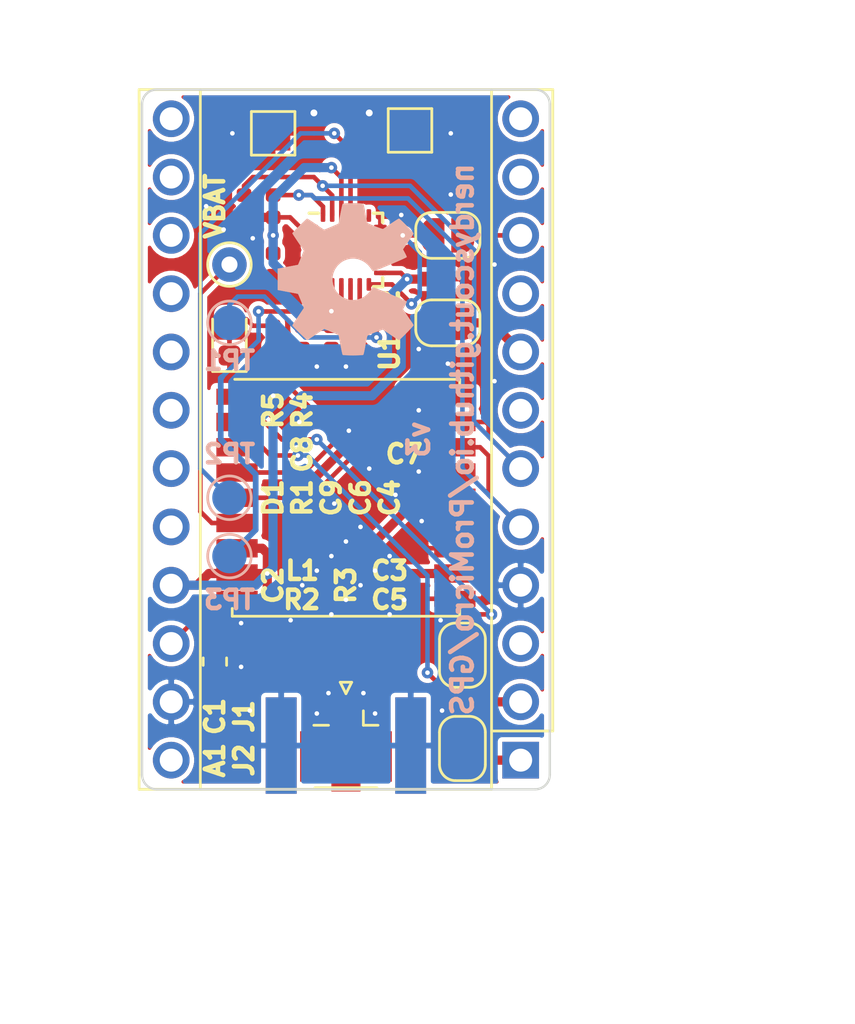
<source format=kicad_pcb>
(kicad_pcb (version 20171130) (host pcbnew 5.1.5)
  (title_block (title ProMicro_GPS) (date 2020-08-14) (rev v3.1))
  (layers (0 F.Cu mixed) (31 B.Cu mixed) (34 B.Paste user) (35 F.Paste user) (36 B.SilkS user hide) (37 F.SilkS user hide) (38 B.Mask user) (39 F.Mask user) (44 Edge.Cuts user))
  (net 0 "")
  (net 1 GND)
  (net 2 +3V3)
  (net 3 "Net-(C3-Pad1)")
  (net 4 "Net-(L1-Pad1)")
  (net 5 "Net-(R2-Pad2)")
  (net 6 Reset)
  (net 7 "Net-(D1-Pad2)")
  (net 8 D7)
  (net 9 D5)
  (net 10 D3)
  (net 11 D2)
  (net 12 D0)
  (net 13 D1)
  (net 14 "Net-(C4-Pad1)")
  (net 15 "Net-(C5-Pad1)")
  (net 16 "Net-(R1-Pad2)")
  (net 17 "Net-(TP1-Pad1)")
  (net 18 "Net-(TP2-Pad1)")
  (net 19 "Net-(TP3-Pad1)")
  (net 20 "Net-(JP3-Pad2)")
  (net 21 "Net-(JP4-Pad1)")
  (net 22 "Net-(TP6-Pad1)")
  (net 23 "Net-(JP1-Pad1)")
  (net 24 "Net-(JP2-Pad1)")
  (module Symbol:OSHW-Symbol_6.7x6mm_SilkScreen (layer B.Cu) (at 144.78 80.645 270)
    (fp_text reference LOGO1 hide)
    (fp_text value Logo_Open_Hardware_Small hide)
  )
  (module Module:Sparkfun_Pro_Micro (layer F.Cu) (at 152.4 101.6 180)
    (fp_text reference A1 (at 13.335 0 90) (layer F.SilkS) (effects (font (size 0.8 0.8) (thickness 0.2))))
    (fp_text value Sparkfun_Pro_Micro_3V3 hide)
    (pad 24 thru_hole oval (at 15.24 0 180) (size 1.6 1.6) (drill 1) (layers *.Cu *.Mask))
    (pad 23 thru_hole oval (at 15.24 2.54 180) (size 1.6 1.6) (drill 1) (layers *.Cu *.Mask) (net 1 GND))
    (pad 22 thru_hole oval (at 15.24 5.08 180) (size 1.6 1.6) (drill 1) (layers *.Cu *.Mask) (net 6 Reset))
    (pad 12 thru_hole oval (at 0 27.94 180) (size 1.6 1.6) (drill 1) (layers *.Cu *.Mask))
    (pad 21 thru_hole oval (at 15.24 7.62 180) (size 1.6 1.6) (drill 1) (layers *.Cu *.Mask) (net 2 +3V3))
    (pad 11 thru_hole oval (at 0 25.4 180) (size 1.6 1.6) (drill 1) (layers *.Cu *.Mask))
    (pad 20 thru_hole oval (at 15.24 10.16 180) (size 1.6 1.6) (drill 1) (layers *.Cu *.Mask))
    (pad 10 thru_hole oval (at 0 22.86 180) (size 1.6 1.6) (drill 1) (layers *.Cu *.Mask) (net 8 D7))
    (pad 19 thru_hole oval (at 15.24 12.7 180) (size 1.6 1.6) (drill 1) (layers *.Cu *.Mask))
    (pad 9 thru_hole oval (at 0 20.32 180) (size 1.6 1.6) (drill 1) (layers *.Cu *.Mask))
    (pad 18 thru_hole oval (at 15.24 15.24 180) (size 1.6 1.6) (drill 1) (layers *.Cu *.Mask))
    (pad 8 thru_hole oval (at 0 17.78 180) (size 1.6 1.6) (drill 1) (layers *.Cu *.Mask) (net 9 D5))
    (pad 17 thru_hole oval (at 15.24 17.78 180) (size 1.6 1.6) (drill 1) (layers *.Cu *.Mask))
    (pad 7 thru_hole oval (at 0 15.24 180) (size 1.6 1.6) (drill 1) (layers *.Cu *.Mask))
    (pad 16 thru_hole oval (at 15.24 20.32 180) (size 1.6 1.6) (drill 1) (layers *.Cu *.Mask))
    (pad 6 thru_hole oval (at 0 12.7 180) (size 1.6 1.6) (drill 1) (layers *.Cu *.Mask) (net 10 D3))
    (pad 15 thru_hole oval (at 15.24 22.86 180) (size 1.6 1.6) (drill 1) (layers *.Cu *.Mask))
    (pad 5 thru_hole oval (at 0 10.16 180) (size 1.6 1.6) (drill 1) (layers *.Cu *.Mask) (net 11 D2))
    (pad 14 thru_hole oval (at 15.24 25.4 180) (size 1.6 1.6) (drill 1) (layers *.Cu *.Mask))
    (pad 4 thru_hole oval (at 0 7.62 180) (size 1.6 1.6) (drill 1) (layers *.Cu *.Mask) (net 1 GND))
    (pad 13 thru_hole oval (at 15.24 27.94 180) (size 1.6 1.6) (drill 1) (layers *.Cu *.Mask))
    (pad 3 thru_hole oval (at 0 5.08 180) (size 1.6 1.6) (drill 1) (layers *.Cu *.Mask))
    (pad 2 thru_hole oval (at 0 2.54 180) (size 1.6 1.6) (drill 1) (layers *.Cu *.Mask) (net 12 D0))
    (pad 1 thru_hole rect (at 0 0 180) (size 1.6 1.6) (drill 1) (layers *.Cu *.Mask) (net 13 D1))
  )
  (module Capacitor_SMD:C_0402_1005Metric (layer F.Cu) (at 142.875 83.185 270)
    (fp_text reference C9 (at 6.985 -1.27 270) (layer F.SilkS) (effects (font (size 0.8 0.8) (thickness 0.2))))
    (fp_text value 100n hide)
    (pad 2 smd roundrect (at 0.485 0 270) (size 0.59 0.64) (layers F.Cu F.Paste F.Mask) (net 1 GND))
    (pad 1 smd roundrect (at -0.485 0 270) (size 0.59 0.64) (layers F.Cu F.Paste F.Mask) (net 2 +3V3))
  )
  (module TestPoint:TestPoint_Pad_D1.5mm (layer B.Cu) (at 139.7 92.71)
    (fp_text reference TP3 (at 0 1.905 180) (layer B.SilkS) (effects (font (size 0.8 0.8) (thickness 0.2)) (justify mirror)))
    (fp_text value AUX_SCL)
    (pad 1 smd circle (at 0 0) (size 1.5 1.5) (layers B.Cu B.Mask) (net 19 "Net-(TP3-Pad1)"))
  )
  (module TestPoint:TestPoint_Pad_D1.5mm (layer B.Cu) (at 139.7 90.17)
    (fp_text reference TP2 (at 0 -1.905 180) (layer B.SilkS) (effects (font (size 0.8 0.8) (thickness 0.2)) (justify mirror)))
    (fp_text value AUX_SDA)
    (pad 1 smd circle (at 0 0) (size 1.5 1.5) (layers B.Cu B.Mask) (net 18 "Net-(TP2-Pad1)"))
  )
  (module TestPoint:TestPoint_Pad_D1.5mm (layer B.Cu) (at 139.7 82.55)
    (fp_text reference TP1 (at 0 1.648) (layer B.SilkS) (effects (font (size 0.8 0.8) (thickness 0.2)) (justify mirror)))
    (fp_text value FSYNC)
    (pad 1 smd circle (at 0 0) (size 1.5 1.5) (layers B.Cu B.Mask) (net 17 "Net-(TP1-Pad1)"))
  )
  (module TestPoint:TestPoint_THTPad_D1.5mm_Drill0.7mm (layer F.Cu) (at 139.7 80.01)
    (fp_text reference TP6 hide)
    (fp_text value VBAT (at -0.635 -2.54 90) (layer F.SilkS) (effects (font (size 0.8 0.8) (thickness 0.2))))
    (pad 1 thru_hole circle (at 0 0) (size 1.5 1.5) (drill 0.7) (layers *.Cu *.Mask) (net 22 "Net-(TP6-Pad1)"))
  )
  (module Jumper:SolderJumper-2_P1.3mm_Open_RoundedPad1.0x1.5mm (layer F.Cu) (at 149.225 78.74)
    (fp_text reference JP4 hide)
    (fp_text value SolderJumper_2_Open hide)
    (pad 2 smd custom (at 0.65 0) (size 1 0.5) (layers F.Cu F.Mask) (net 8 D7) (options (clearance outline) (anchor rect)) (primitives (gr_circle (center 0 0.25) (end 0.5 0.25) (width 0)) (gr_circle (center 0 -0.25) (end 0.5 -0.25) (width 0)) (gr_poly (pts (xy 0 -0.75) (xy -0.5 -0.75) (xy -0.5 0.75) (xy 0 0.75)) (width 0))))
    (pad 1 smd custom (at -0.65 0) (size 1 0.5) (layers F.Cu F.Mask) (net 21 "Net-(JP4-Pad1)") (options (clearance outline) (anchor rect)) (primitives (gr_circle (center 0 0.25) (end 0.5 0.25) (width 0)) (gr_circle (center 0 -0.25) (end 0.5 -0.25) (width 0)) (gr_poly (pts (xy 0 -0.75) (xy 0.5 -0.75) (xy 0.5 0.75) (xy 0 0.75)) (width 0))))
  )
  (module Jumper:SolderJumper-2_P1.3mm_Bridged_RoundedPad1.0x1.5mm (layer F.Cu) (at 149.86 97.028 270)
    (fp_text reference JP1 hide)
    (fp_text value Jumper_NC_Small hide)
    (fp_poly (pts (xy 0.25 -0.3) (xy -0.25 -0.3) (xy -0.25 0.3) (xy 0.25 0.3)) (layer F.Cu) (width 0))
    (pad 1 smd custom (at -0.65 0 270) (size 1 0.5) (layers F.Cu F.Mask) (net 23 "Net-(JP1-Pad1)") (options (clearance outline) (anchor rect)) (primitives (gr_circle (center 0 0.25) (end 0.5 0.25) (width 0)) (gr_circle (center 0 -0.25) (end 0.5 -0.25) (width 0)) (gr_poly (pts (xy 0 -0.75) (xy 0.5 -0.75) (xy 0.5 0.75) (xy 0 0.75)) (width 0))))
    (pad 2 smd custom (at 0.65 0 270) (size 1 0.5) (layers F.Cu F.Mask) (net 12 D0) (options (clearance outline) (anchor rect)) (primitives (gr_circle (center 0 0.25) (end 0.5 0.25) (width 0)) (gr_circle (center 0 -0.25) (end 0.5 -0.25) (width 0)) (gr_poly (pts (xy 0 -0.75) (xy -0.5 -0.75) (xy -0.5 0.75) (xy 0 0.75)) (width 0))))
  )
  (module Capacitor_SMD:C_0402_1005Metric (layer F.Cu) (at 141.605 80.01 270)
    (fp_text reference C8 (at 8.255 -1.27 90) (layer F.SilkS) (effects (font (size 0.8 0.8) (thickness 0.2))))
    (fp_text value 100n hide)
    (pad 2 smd roundrect (at 0.485 0 270) (size 0.59 0.64) (layers F.Cu F.Paste F.Mask) (net 1 GND))
    (pad 1 smd roundrect (at -0.485 0 270) (size 0.59 0.64) (layers F.Cu F.Paste F.Mask) (net 2 +3V3))
  )
  (module Resistor_SMD:R_0402_1005Metric (layer F.Cu) (at 141.605 77.47 90)
    (fp_text reference R4 (at -8.89 1.27 90) (layer F.SilkS) (effects (font (size 0.8 0.8) (thickness 0.2))))
    (fp_text value 4k7 hide)
    (pad 2 smd roundrect (at 0.485 0 90) (size 0.59 0.64) (layers F.Cu F.Paste F.Mask) (net 11 D2))
    (pad 1 smd roundrect (at -0.485 0 90) (size 0.59 0.64) (layers F.Cu F.Paste F.Mask) (net 2 +3V3))
  )
  (module Capacitor_SMD:C_0402_1005Metric (layer F.Cu) (at 148.717 80.645)
    (fp_text reference C7 (at -1.397 7.62) (layer F.SilkS) (effects (font (size 0.8 0.8) (thickness 0.2))))
    (fp_text value 100n hide)
    (pad 2 smd roundrect (at 0.485 0) (size 0.59 0.64) (layers F.Cu F.Paste F.Mask) (net 1 GND))
    (pad 1 smd roundrect (at -0.485 0) (size 0.59 0.64) (layers F.Cu F.Paste F.Mask) (net 2 +3V3))
  )
  (module Capacitor_SMD:C_0402_1005Metric (layer F.Cu) (at 141.097 97.005 270)
    (fp_text reference C2 (at -3.025 -0.508 90) (layer F.SilkS) (effects (font (size 0.8 0.8) (thickness 0.2))))
    (fp_text value 100n hide)
    (pad 2 smd roundrect (at 0.485 0 270) (size 0.59 0.64) (layers F.Cu F.Paste F.Mask) (net 1 GND))
    (pad 1 smd roundrect (at -0.485 0 270) (size 0.59 0.64) (layers F.Cu F.Paste F.Mask) (net 2 +3V3))
  )
  (module Jumper:SolderJumper-2_P1.3mm_Open_RoundedPad1.0x1.5mm (layer F.Cu) (at 149.225 82.55 180)
    (fp_text reference JP3 hide)
    (fp_text value SolderJumper_2_Open hide)
    (pad 2 smd custom (at 0.65 0 180) (size 1 0.5) (layers F.Cu F.Mask) (net 20 "Net-(JP3-Pad2)") (options (clearance outline) (anchor rect)) (primitives (gr_circle (center 0 0.25) (end 0.5 0.25) (width 0)) (gr_circle (center 0 -0.25) (end 0.5 -0.25) (width 0)) (gr_poly (pts (xy 0 -0.75) (xy -0.5 -0.75) (xy -0.5 0.75) (xy 0 0.75)) (width 0))))
    (pad 1 smd custom (at -0.65 0 180) (size 1 0.5) (layers F.Cu F.Mask) (net 9 D5) (options (clearance outline) (anchor rect)) (primitives (gr_circle (center 0 0.25) (end 0.5 0.25) (width 0)) (gr_circle (center 0 -0.25) (end 0.5 -0.25) (width 0)) (gr_poly (pts (xy 0 -0.75) (xy 0.5 -0.75) (xy 0.5 0.75) (xy 0 0.75)) (width 0))))
  )
  (module TestPoint:TestPoint_Pad_1.5x1.5mm (layer F.Cu) (at 147.574 74.168 90)
    (fp_text reference TP5 hide)
    (fp_text value TestPoint hide)
    (pad 1 smd rect (at 0 0 90) (size 1.5 1.5) (layers F.Cu F.Mask) (net 1 GND))
  )
  (module TestPoint:TestPoint_Pad_1.5x1.5mm (layer F.Cu) (at 141.605 74.295)
    (fp_text reference TP4 hide)
    (fp_text value TestPoint hide)
    (pad 1 smd rect (at 0 0) (size 1.5 1.5) (layers F.Cu F.Mask) (net 1 GND))
  )
  (module Resistor_SMD:R_0402_1005Metric (layer F.Cu) (at 140.335 77.47 90)
    (fp_text reference R5 (at -8.89 1.27 270) (layer F.SilkS) (effects (font (size 0.8 0.8) (thickness 0.2))))
    (fp_text value 4k7 hide)
    (pad 2 smd roundrect (at 0.485 0 90) (size 0.59 0.64) (layers F.Cu F.Paste F.Mask) (net 10 D3))
    (pad 1 smd roundrect (at -0.485 0 90) (size 0.59 0.64) (layers F.Cu F.Paste F.Mask) (net 2 +3V3))
  )
  (module Capacitor_SMD:C_0402_1005Metric (layer F.Cu) (at 144.145 83.185 270)
    (fp_text reference C6 (at 6.985 -1.27 270) (layer F.SilkS) (effects (font (size 0.8 0.8) (thickness 0.2))))
    (fp_text value 10n hide)
    (pad 2 smd roundrect (at 0.485 0 270) (size 0.59 0.64) (layers F.Cu F.Paste F.Mask) (net 1 GND))
    (pad 1 smd roundrect (at -0.485 0 270) (size 0.59 0.64) (layers F.Cu F.Paste F.Mask) (net 2 +3V3))
  )
  (module Capacitor_SMD:C_0402_1005Metric (layer F.Cu) (at 145.415 83.185 270)
    (fp_text reference C4 (at 6.985 -1.27 270) (layer F.SilkS) (effects (font (size 0.8 0.8) (thickness 0.2))))
    (fp_text value 100n hide)
    (pad 2 smd roundrect (at 0.485 0 270) (size 0.59 0.64) (layers F.Cu F.Paste F.Mask) (net 1 GND))
    (pad 1 smd roundrect (at -0.485 0 270) (size 0.59 0.64) (layers F.Cu F.Paste F.Mask) (net 14 "Net-(C4-Pad1)"))
  )
  (module Sensor_Motion:InvenSense_QFN-24_3x3mm_P0.4mm (layer F.Cu) (at 144.78 79.375)
    (fp_text reference U2 (at 1.905 2.54 270) (layer F.SilkS) (effects (font (size 0.8 0.8) (thickness 0.2))))
    (fp_text value MPU-9250 hide)
    (pad 24 smd roundrect (at -1 -1.5 90) (size 0.55 0.2) (layers F.Cu F.Paste F.Mask) (net 11 D2))
    (pad 23 smd roundrect (at -0.6 -1.5 90) (size 0.55 0.2) (layers F.Cu F.Paste F.Mask) (net 10 D3))
    (pad 22 smd roundrect (at -0.2 -1.5 90) (size 0.55 0.2) (layers F.Cu F.Paste F.Mask) (net 2 +3V3))
    (pad 21 smd roundrect (at 0.2 -1.5 90) (size 0.55 0.2) (layers F.Cu F.Paste F.Mask) (net 18 "Net-(TP2-Pad1)"))
    (pad 20 smd roundrect (at 0.6 -1.5 90) (size 0.55 0.2) (layers F.Cu F.Paste F.Mask) (net 1 GND))
    (pad 19 smd roundrect (at 1 -1.5 90) (size 0.55 0.2) (layers F.Cu F.Paste F.Mask))
    (pad 18 smd roundrect (at 1.5 -1) (size 0.55 0.2) (layers F.Cu F.Paste F.Mask) (net 1 GND))
    (pad 17 smd roundrect (at 1.5 -0.6) (size 0.55 0.2) (layers F.Cu F.Paste F.Mask))
    (pad 16 smd roundrect (at 1.5 -0.2) (size 0.55 0.2) (layers F.Cu F.Paste F.Mask))
    (pad 15 smd roundrect (at 1.5 0.2) (size 0.55 0.2) (layers F.Cu F.Paste F.Mask))
    (pad 14 smd roundrect (at 1.5 0.6) (size 0.55 0.2) (layers F.Cu F.Paste F.Mask))
    (pad 13 smd roundrect (at 1.5 1) (size 0.55 0.2) (layers F.Cu F.Paste F.Mask) (net 2 +3V3))
    (pad 12 smd roundrect (at 1 1.5 90) (size 0.55 0.2) (layers F.Cu F.Paste F.Mask) (net 21 "Net-(JP4-Pad1)"))
    (pad 11 smd roundrect (at 0.6 1.5 90) (size 0.55 0.2) (layers F.Cu F.Paste F.Mask) (net 17 "Net-(TP1-Pad1)"))
    (pad 10 smd roundrect (at 0.2 1.5 90) (size 0.55 0.2) (layers F.Cu F.Paste F.Mask) (net 14 "Net-(C4-Pad1)"))
    (pad 9 smd roundrect (at -0.2 1.5 90) (size 0.55 0.2) (layers F.Cu F.Paste F.Mask) (net 2 +3V3))
    (pad 8 smd roundrect (at -0.6 1.5 90) (size 0.55 0.2) (layers F.Cu F.Paste F.Mask) (net 2 +3V3))
    (pad 7 smd roundrect (at -1 1.5 90) (size 0.55 0.2) (layers F.Cu F.Paste F.Mask) (net 19 "Net-(TP3-Pad1)"))
    (pad 6 smd roundrect (at -1.5 1) (size 0.55 0.2) (layers F.Cu F.Paste F.Mask))
    (pad 5 smd roundrect (at -1.5 0.6) (size 0.55 0.2) (layers F.Cu F.Paste F.Mask))
    (pad 4 smd roundrect (at -1.5 0.2) (size 0.55 0.2) (layers F.Cu F.Paste F.Mask))
    (pad 3 smd roundrect (at -1.5 -0.2) (size 0.55 0.2) (layers F.Cu F.Paste F.Mask))
    (pad 2 smd roundrect (at -1.5 -0.6) (size 0.55 0.2) (layers F.Cu F.Paste F.Mask))
    (pad 1 smd roundrect (at -1.5 -1) (size 0.55 0.2) (layers F.Cu F.Paste F.Mask) (net 2 +3V3))
  )
  (module Jumper:SolderJumper-2_P1.3mm_Open_RoundedPad1.0x1.5mm (layer F.Cu) (at 149.86 101.092 270)
    (fp_text reference JP2 hide)
    (fp_text value Jumper_NO_Small hide)
    (pad 2 smd custom (at 0.65 0 270) (size 1 0.5) (layers F.Cu F.Mask) (net 13 D1) (options (clearance outline) (anchor rect)) (primitives (gr_circle (center 0 0.25) (end 0.5 0.25) (width 0)) (gr_circle (center 0 -0.25) (end 0.5 -0.25) (width 0)) (gr_poly (pts (xy 0 -0.75) (xy -0.5 -0.75) (xy -0.5 0.75) (xy 0 0.75)) (width 0))))
    (pad 1 smd custom (at -0.65 0 270) (size 1 0.5) (layers F.Cu F.Mask) (net 24 "Net-(JP2-Pad1)") (options (clearance outline) (anchor rect)) (primitives (gr_circle (center 0 0.25) (end 0.5 0.25) (width 0)) (gr_circle (center 0 -0.25) (end 0.5 -0.25) (width 0)) (gr_poly (pts (xy 0 -0.75) (xy 0.5 -0.75) (xy 0.5 0.75) (xy 0 0.75)) (width 0))))
  )
  (module Connector_Coaxial:U.FL_Hirose_U.FL-R-SMT-1_Vertical (layer F.Cu) (at 144.78 100.965 270)
    (fp_text reference J1 (at -1.27 4.445 90) (layer F.SilkS) (effects (font (size 0.8 0.8) (thickness 0.2))))
    (fp_text value uFL)
    (pad 2 smd rect (at 0.475 -1.475 270) (size 2.2 1.05) (layers F.Cu F.Paste F.Mask) (net 1 GND))
    (pad 1 smd rect (at -1.05 0 270) (size 1.05 1) (layers F.Cu F.Paste F.Mask) (net 15 "Net-(C5-Pad1)"))
    (pad 2 smd rect (at 0.475 1.475 270) (size 2.2 1.05) (layers F.Cu F.Paste F.Mask) (net 1 GND))
  )
  (module Resistor_SMD:R_0402_1005Metric (layer F.Cu) (at 141.605 83.185 270)
    (fp_text reference R1 (at 6.985 -1.27 90) (layer F.SilkS) (effects (font (size 0.8 0.8) (thickness 0.2))))
    (fp_text value 1k hide)
    (pad 2 smd roundrect (at 0.485 0 270) (size 0.59 0.64) (layers F.Cu F.Paste F.Mask) (net 16 "Net-(R1-Pad2)"))
    (pad 1 smd roundrect (at -0.485 0 270) (size 0.59 0.64) (layers F.Cu F.Paste F.Mask) (net 7 "Net-(D1-Pad2)"))
  )
  (module LED_SMD:LED_0603_1608Metric (layer F.Cu) (at 139.7 83.185 90)
    (fp_text reference D1 (at -6.985 1.905 270) (layer F.SilkS) (effects (font (size 0.8 0.8) (thickness 0.2))))
    (fp_text value LED hide)
    (pad 2 smd roundrect (at 0.7875 0 90) (size 0.875 0.95) (layers F.Cu F.Paste F.Mask) (net 7 "Net-(D1-Pad2)"))
    (pad 1 smd roundrect (at -0.7875 0 90) (size 0.875 0.95) (layers F.Cu F.Paste F.Mask) (net 1 GND))
  )
  (module Capacitor_SMD:C_0603_1608Metric (layer F.Cu) (at 139.065 97.3075 270)
    (fp_text reference C1 (at 2.3875 0 90) (layer F.SilkS) (effects (font (size 0.8 0.8) (thickness 0.2))))
    (fp_text value 4,7µ hide)
    (pad 2 smd roundrect (at 0.7875 0 270) (size 0.875 0.95) (layers F.Cu F.Paste F.Mask) (net 1 GND))
    (pad 1 smd roundrect (at -0.7875 0 270) (size 0.875 0.95) (layers F.Cu F.Paste F.Mask) (net 2 +3V3))
  )
  (module Resistor_SMD:R_0402_1005Metric (layer F.Cu) (at 142.875 96.52)
    (fp_text reference R2 (at -0.023 -1.905) (layer F.SilkS) (effects (font (size 0.8 0.8) (thickness 0.2))))
    (fp_text value 10 hide)
    (pad 2 smd roundrect (at 0.485 0) (size 0.59 0.64) (layers F.Cu F.Paste F.Mask) (net 5 "Net-(R2-Pad2)"))
    (pad 1 smd roundrect (at -0.485 0) (size 0.59 0.64) (layers F.Cu F.Paste F.Mask) (net 4 "Net-(L1-Pad1)"))
  )
  (module Inductor_SMD:L_0402_1005Metric (layer F.Cu) (at 142.875 97.79)
    (fp_text reference L1 (at 0 -4.445) (layer F.SilkS) (effects (font (size 0.8 0.8) (thickness 0.2))))
    (fp_text value 27n hide)
    (pad 2 smd roundrect (at 0.485 0) (size 0.59 0.64) (layers F.Cu F.Paste F.Mask) (net 15 "Net-(C5-Pad1)"))
    (pad 1 smd roundrect (at -0.485 0) (size 0.59 0.64) (layers F.Cu F.Paste F.Mask) (net 4 "Net-(L1-Pad1)"))
  )
  (module Resistor_SMD:R_0402_1005Metric (layer F.Cu) (at 144.78 97.155 90)
    (fp_text reference R3 (at 3.175 0 90) (layer F.SilkS) (effects (font (size 0.8 0.8) (thickness 0.2))))
    (fp_text value 0 hide)
    (pad 2 smd roundrect (at 0.485 0 90) (size 0.59 0.64) (layers F.Cu F.Paste F.Mask) (net 3 "Net-(C3-Pad1)"))
    (pad 1 smd roundrect (at -0.485 0 90) (size 0.59 0.64) (layers F.Cu F.Paste F.Mask) (net 15 "Net-(C5-Pad1)"))
  )
  (module Capacitor_SMD:C_0402_1005Metric (layer F.Cu) (at 146.685 97.79)
    (fp_text reference C5 (at 0 -3.175 180) (layer F.SilkS) (effects (font (size 0.8 0.8) (thickness 0.2))))
    (fp_text value DNP hide)
    (pad 2 smd roundrect (at 0.485 0) (size 0.59 0.64) (layers F.Cu F.Paste F.Mask) (net 1 GND))
    (pad 1 smd roundrect (at -0.485 0) (size 0.59 0.64) (layers F.Cu F.Paste F.Mask) (net 15 "Net-(C5-Pad1)"))
  )
  (module Capacitor_SMD:C_0402_1005Metric (layer F.Cu) (at 146.685 96.52)
    (fp_text reference C3 (at 0 -3.175 180) (layer F.SilkS) (effects (font (size 0.8 0.8) (thickness 0.2))))
    (fp_text value DNP hide)
    (pad 2 smd roundrect (at 0.485 0) (size 0.59 0.64) (layers F.Cu F.Paste F.Mask) (net 1 GND))
    (pad 1 smd roundrect (at -0.485 0) (size 0.59 0.64) (layers F.Cu F.Paste F.Mask) (net 3 "Net-(C3-Pad1)"))
  )
  (module Connector_Coaxial:SMA_Samtec_SMA-J-P-H-ST-EM1_EdgeMount (layer F.Cu) (at 144.78 100.965 270)
    (fp_text reference J2 (at 0.635 4.445 90) (layer F.SilkS) (effects (font (size 0.8 0.8) (thickness 0.2))))
    (fp_text value Coax)
    (pad 1 smd rect (at 0.2 0) (size 1.27 3.6) (layers F.Cu F.Paste F.Mask) (net 15 "Net-(C5-Pad1)"))
    (pad 2 smd rect (at 0 -2.825) (size 1.35 4.2) (layers F.Cu F.Paste F.Mask) (net 1 GND))
    (pad 2 smd rect (at 0 2.825) (size 1.35 4.2) (layers F.Cu F.Paste F.Mask) (net 1 GND))
    (pad 2 smd rect (at 0 -2.825) (size 1.35 4.2) (layers B.Cu B.Paste B.Mask) (net 1 GND))
    (pad 2 smd rect (at 0 2.825) (size 1.35 4.2) (layers B.Cu B.Paste B.Mask) (net 1 GND))
  )
  (module RF_GPS:ublox_MAX (layer F.Cu) (at 144.78 90.17)
    (fp_text reference U1 (at 1.905 -6.35 90 unlocked) (layer F.SilkS) (effects (font (size 0.8 0.8) (thickness 0.2))))
    (fp_text value SIM28ML)
    (pad 1 smd rect (at -4.75 -4.4) (size 1.8 0.7) (layers F.Cu F.Paste F.Mask) (net 1 GND))
    (pad 2 smd rect (at -4.75 -3.3) (size 1.8 0.8) (layers F.Cu F.Paste F.Mask) (net 23 "Net-(JP1-Pad1)"))
    (pad 3 smd rect (at -4.75 -2.2) (size 1.8 0.8) (layers F.Cu F.Paste F.Mask) (net 24 "Net-(JP2-Pad1)"))
    (pad 4 smd rect (at -4.75 -1.1) (size 1.8 0.8) (layers F.Cu F.Paste F.Mask) (net 16 "Net-(R1-Pad2)"))
    (pad 5 smd rect (at -4.75 0) (size 1.8 0.8) (layers F.Cu F.Paste F.Mask) (net 20 "Net-(JP3-Pad2)"))
    (pad 6 smd rect (at -4.75 1.1) (size 1.8 0.8) (layers F.Cu F.Paste F.Mask) (net 22 "Net-(TP6-Pad1)"))
    (pad 7 smd rect (at -4.75 2.2) (size 1.8 0.8) (layers F.Cu F.Paste F.Mask) (net 2 +3V3))
    (pad 8 smd rect (at -4.75 3.3) (size 1.8 0.8) (layers F.Cu F.Paste F.Mask) (net 2 +3V3))
    (pad 9 smd rect (at -4.75 4.4) (size 1.8 0.7) (layers F.Cu F.Paste F.Mask) (net 6 Reset))
    (pad 10 smd rect (at 4.75 4.4) (size 1.8 0.7) (layers F.Cu F.Paste F.Mask) (net 1 GND))
    (pad 11 smd rect (at 4.75 3.3) (size 1.8 0.8) (layers F.Cu F.Paste F.Mask) (net 3 "Net-(C3-Pad1)"))
    (pad 12 smd rect (at 4.75 2.2) (size 1.8 0.8) (layers F.Cu F.Paste F.Mask) (net 1 GND))
    (pad 13 smd rect (at 4.75 1.1) (size 1.8 0.8) (layers F.Cu F.Paste F.Mask))
    (pad 14 smd rect (at 4.75 0) (size 1.8 0.8) (layers F.Cu F.Paste F.Mask) (net 5 "Net-(R2-Pad2)"))
    (pad 15 smd rect (at 4.75 -1.1) (size 1.8 0.8) (layers F.Cu F.Paste F.Mask))
    (pad 16 smd rect (at 4.75 -2.2) (size 1.8 0.8) (layers F.Cu F.Paste F.Mask) (net 11 D2))
    (pad 17 smd rect (at 4.75 -3.3) (size 1.8 0.8) (layers F.Cu F.Paste F.Mask) (net 10 D3))
    (pad 18 smd rect (at 4.75 -4.4) (size 1.8 0.7) (layers F.Cu F.Paste F.Mask))
  )
  (gr_line (start 153.67 73.025) (end 153.67 102.235) (layer Edge.Cuts) (width 0.1))
  (gr_text v3 (at 147.955 87.63 90) (layer B.SilkS) (effects (font (size 0.9 0.9) (thickness 0.2)) (justify mirror)))
  (gr_text nerdyscout.github.io/ProMicro/GPS (at 149.86 87.63 90) (layer B.SilkS) (effects (font (size 0.9 0.9) (thickness 0.2)) (justify mirror)))
  (gr_arc (start 136.525 102.235) (end 135.89 102.235) (angle -90) (layer Edge.Cuts) (width 0.1))
  (gr_arc (start 136.525 73.025) (end 136.525 72.39) (angle -90) (layer Edge.Cuts) (width 0.1))
  (gr_arc (start 153.035 73.025) (end 153.67 73.025) (angle -90) (layer Edge.Cuts) (width 0.1))
  (gr_arc (start 153.035 102.235) (end 153.035 102.87) (angle -90) (layer Edge.Cuts) (width 0.1))
  (gr_line (start 136.525 72.39) (end 153.035 72.39) (layer Edge.Cuts) (width 0.1))
  (gr_line (start 135.89 102.235) (end 135.89 73.025) (layer Edge.Cuts) (width 0.1))
  (gr_line (start 153.035 102.87) (end 136.525 102.87) (layer Edge.Cuts) (width 0.1))
  (via (at 144.018 98.679) (size 0.5) (drill 0.2) (layers F.Cu B.Cu) (net 1))
  (via (at 145.542 98.679) (size 0.5) (drill 0.2) (layers F.Cu B.Cu) (net 1))
  (via (at 146.05 99.568) (size 0.5) (drill 0.2) (layers F.Cu B.Cu) (net 1))
  (via (at 145.796 73.406) (size 0.6) (drill 0.3) (layers F.Cu B.Cu) (net 1))
  (via (at 143.51 99.568) (size 0.5) (drill 0.2) (layers F.Cu B.Cu) (net 1))
  (via (at 140.716 78.867) (size 0.5) (drill 0.2) (layers F.Cu B.Cu) (net 1))
  (via (at 147.193 77.851) (size 0.5) (drill 0.2) (layers F.Cu B.Cu) (net 1))
  (via (at 148.082 91.186) (size 0.5) (drill 0.2) (layers F.Cu B.Cu) (net 1))
  (via (at 144.145 95.25) (size 0.5) (drill 0.2) (layers F.Cu B.Cu) (net 1))
  (via (at 142.367 95.504) (size 0.5) (drill 0.2) (layers F.Cu B.Cu) (net 1))
  (via (at 140.208 97.536) (size 0.5) (drill 0.2) (layers F.Cu B.Cu) (net 1))
  (via (at 144.272 90.424) (size 0.5) (drill 0.2) (layers F.Cu B.Cu) (net 1))
  (via (at 145.415 91.44) (size 0.5) (drill 0.2) (layers F.Cu B.Cu) (net 1))
  (via (at 149.225 84.328) (size 0.5) (drill 0.2) (layers F.Cu B.Cu) (net 1))
  (via (at 151.257 85.09) (size 0.5) (drill 0.2) (layers F.Cu B.Cu) (net 1))
  (via (at 146.939 90.043) (size 0.5) (drill 0.2) (layers F.Cu B.Cu) (net 1))
  (via (at 145.796 88.9) (size 0.5) (drill 0.2) (layers F.Cu B.Cu) (net 1))
  (via (at 146.685 92.71) (size 0.5) (drill 0.2) (layers F.Cu B.Cu) (net 1))
  (via (at 143.51 84.455) (size 0.5) (drill 0.2) (layers F.Cu B.Cu) (net 1))
  (via (at 144.78 84.455) (size 0.5) (drill 0.2) (layers F.Cu B.Cu) (net 1))
  (via (at 151.257 80.01) (size 0.5) (drill 0.2) (layers F.Cu B.Cu) (net 1))
  (via (at 142.875 93.98) (size 0.5) (drill 0.2) (layers F.Cu B.Cu) (net 1))
  (via (at 144.78 94.615) (size 0.5) (drill 0.2) (layers F.Cu B.Cu) (net 1))
  (via (at 145.415 93.98) (size 0.5) (drill 0.2) (layers F.Cu B.Cu) (net 1))
  (via (at 146.05 93.345) (size 0.5) (drill 0.2) (layers F.Cu B.Cu) (net 1))
  (via (at 144.78 92.075) (size 0.5) (drill 0.2) (layers F.Cu B.Cu) (net 1))
  (via (at 144.145 92.71) (size 0.5) (drill 0.2) (layers F.Cu B.Cu) (net 1))
  (via (at 143.51 93.345) (size 0.5) (drill 0.2) (layers F.Cu B.Cu) (net 1))
  (via (at 146.685 95.25) (size 0.5) (drill 0.2) (layers F.Cu B.Cu) (net 1))
  (via (at 147.32 94.615) (size 0.5) (drill 0.2) (layers F.Cu B.Cu) (net 1))
  (via (at 147.955 89.027) (size 0.5) (drill 0.2) (layers F.Cu B.Cu) (net 1))
  (via (at 148.971 99.441) (size 0.5) (drill 0.2) (layers F.Cu B.Cu) (net 1))
  (via (at 140.589 99.441) (size 0.5) (drill 0.2) (layers F.Cu B.Cu) (net 1))
  (via (at 149.352 74.295) (size 0.5) (drill 0.2) (layers F.Cu B.Cu) (net 1))
  (via (at 139.827 74.295) (size 0.5) (drill 0.2) (layers F.Cu B.Cu) (net 1))
  (via (at 147.955 86.36) (size 0.5) (drill 0.2) (layers F.Cu B.Cu) (net 1))
  (via (at 144.907 87.249) (size 0.5) (drill 0.2) (layers F.Cu B.Cu) (net 1))
  (via (at 147.955 83.693) (size 0.5) (drill 0.2) (layers F.Cu B.Cu) (net 1))
  (via (at 149.352 76.962) (size 0.5) (drill 0.2) (layers F.Cu B.Cu) (net 1))
  (via (at 138.684 77.47) (size 0.5) (drill 0.2) (layers F.Cu B.Cu) (net 1))
  (via (at 140.208 95.631) (size 0.5) (drill 0.2) (layers F.Cu B.Cu) (net 1))
  (via (at 148.9075 95.504) (size 0.5) (drill 0.2) (layers F.Cu B.Cu) (net 1))
  (via (at 143.383 73.406) (size 0.6) (drill 0.3) (layers F.Cu B.Cu) (net 1))
  (via (at 141.605 85.725) (size 0.5) (drill 0.2) (layers F.Cu B.Cu) (net 1))
  (via (at 142.748 86.868) (size 0.5) (drill 0.2) (layers F.Cu B.Cu) (net 1))
  (via (at 139.446 78.486) (size 0.5) (drill 0.2) (layers F.Cu B.Cu) (net 1))
  (segment (start 138.29137 93.98) (end 137.16 93.98) (width 0.4) (layer F.Cu) (net 2))
  (segment (start 140.03 93.47) (end 138.80137 93.47) (width 0.4) (layer F.Cu) (net 2))
  (segment (start 138.80137 93.47) (end 138.29137 93.98) (width 0.4) (layer F.Cu) (net 2))
  (segment (start 144.145 82.023) (end 144.145 82.042) (width 0.2) (layer F.Cu) (net 2))
  (segment (start 144.58 80.875) (end 144.58 81.588) (width 0.2) (layer F.Cu) (net 2))
  (segment (start 144.58 81.588) (end 144.145 82.023) (width 0.2) (layer F.Cu) (net 2))
  (segment (start 141.582 77.955) (end 140.335 77.955) (width 0.4) (layer F.Cu) (net 2))
  (segment (start 141.097 96.52) (end 140.208 96.52) (width 0.4) (layer F.Cu) (net 2))
  (segment (start 140.208 96.52) (end 139.065 96.52) (width 0.4) (layer F.Cu) (net 2))
  (segment (start 142.875 82.7) (end 143.487 82.7) (width 0.4) (layer F.Cu) (net 2))
  (segment (start 144.145 82.7) (end 143.487 82.7) (width 0.4) (layer F.Cu) (net 2))
  (segment (start 142.617051 78.227947) (end 142.367052 77.977948) (width 0.2) (layer F.Cu) (net 2))
  (segment (start 142.764104 78.375) (end 142.617051 78.227947) (width 0.2) (layer F.Cu) (net 2))
  (segment (start 143.28 78.375) (end 142.764104 78.375) (width 0.2) (layer F.Cu) (net 2))
  (segment (start 141.605 77.955) (end 142.344104 77.955) (width 0.2) (layer F.Cu) (net 2))
  (segment (start 142.344104 77.955) (end 142.367052 77.977948) (width 0.2) (layer F.Cu) (net 2))
  (segment (start 144.145 82.042) (end 144.145 82.7) (width 0.4) (layer F.Cu) (net 2))
  (via (at 144.145 82.042) (size 0.5) (drill 0.2) (layers F.Cu B.Cu) (net 2))
  (segment (start 148.232 80.645) (end 147.447 80.645) (width 0.4) (layer F.Cu) (net 2))
  (segment (start 147.177 80.375) (end 147.196997 80.394997) (width 0.2) (layer F.Cu) (net 2))
  (segment (start 147.447 80.645) (end 147.446996 80.644996) (width 0.2) (layer F.Cu) (net 2))
  (segment (start 147.196997 80.394997) (end 147.446996 80.644996) (width 0.2) (layer F.Cu) (net 2))
  (via (at 147.446996 80.644996) (size 0.5) (drill 0.2) (layers F.Cu B.Cu) (net 2))
  (segment (start 146.049992 82.042) (end 144.145 82.042) (width 0.4) (layer B.Cu) (net 2))
  (segment (start 146.28 80.375) (end 147.177 80.375) (width 0.2) (layer F.Cu) (net 2))
  (segment (start 144.18 80.875) (end 144.18 81.499) (width 0.2) (layer F.Cu) (net 2))
  (segment (start 144.145 81.534) (end 144.145 82.042) (width 0.2) (layer F.Cu) (net 2))
  (segment (start 144.18 81.499) (end 144.145 81.534) (width 0.2) (layer F.Cu) (net 2))
  (segment (start 143.7005 82.042) (end 142.367052 80.708552) (width 0.4) (layer B.Cu) (net 2))
  (segment (start 144.145 82.042) (end 143.7005 82.042) (width 0.4) (layer B.Cu) (net 2))
  (via (at 141.605 78.74) (size 0.5) (drill 0.2) (layers F.Cu B.Cu) (net 2))
  (segment (start 141.605 79.525) (end 141.605 78.74) (width 0.4) (layer F.Cu) (net 2))
  (segment (start 141.605 78.74) (end 141.605 77.978) (width 0.4) (layer F.Cu) (net 2))
  (segment (start 141.605 79.9465) (end 141.605 78.74) (width 0.4) (layer B.Cu) (net 2))
  (segment (start 142.367052 80.708552) (end 141.605 79.9465) (width 0.4) (layer B.Cu) (net 2))
  (segment (start 141.605 78.74) (end 141.605 77.142998) (width 0.4) (layer B.Cu) (net 2))
  (segment (start 144.58 77.875) (end 144.58 76.221608) (width 0.2) (layer F.Cu) (net 2))
  (via (at 144.146406 75.788014) (size 0.5) (drill 0.2) (layers F.Cu B.Cu) (net 2))
  (segment (start 143.792853 75.788014) (end 144.146406 75.788014) (width 0.4) (layer B.Cu) (net 2))
  (segment (start 144.58 76.221608) (end 144.396405 76.038013) (width 0.2) (layer F.Cu) (net 2))
  (segment (start 142.959984 75.788014) (end 143.792853 75.788014) (width 0.4) (layer B.Cu) (net 2))
  (segment (start 141.605 77.142998) (end 142.959984 75.788014) (width 0.4) (layer B.Cu) (net 2))
  (segment (start 144.396405 76.038013) (end 144.146406 75.788014) (width 0.2) (layer F.Cu) (net 2))
  (via (at 141.348994 93.47) (size 0.5) (drill 0.2) (layers F.Cu B.Cu) (net 2))
  (segment (start 137.16 93.98) (end 140.838994 93.98) (width 0.4) (layer B.Cu) (net 2))
  (segment (start 140.838994 93.98) (end 141.098995 93.719999) (width 0.4) (layer B.Cu) (net 2))
  (segment (start 141.097 96.52) (end 141.097 96.125) (width 0.4) (layer F.Cu) (net 2))
  (segment (start 141.098995 93.719999) (end 141.348994 93.47) (width 0.4) (layer B.Cu) (net 2))
  (segment (start 141.348994 95.873006) (end 141.348994 93.47) (width 0.4) (layer F.Cu) (net 2))
  (segment (start 141.097 96.125) (end 141.348994 95.873006) (width 0.4) (layer F.Cu) (net 2))
  (segment (start 141.13 92.37) (end 140.03 92.37) (width 0.4) (layer F.Cu) (net 2))
  (segment (start 141.351 92.591) (end 141.13 92.37) (width 0.4) (layer F.Cu) (net 2))
  (segment (start 141.351 93.216) (end 141.351 92.591) (width 0.4) (layer F.Cu) (net 2))
  (segment (start 141.348994 93.218006) (end 141.348994 93.47) (width 0.4) (layer F.Cu) (net 2))
  (segment (start 141.348994 93.47) (end 139.956 93.47) (width 0.4) (layer F.Cu) (net 2))
  (segment (start 146.05 82.042) (end 146.049992 82.042) (width 0.4) (layer B.Cu) (net 2))
  (segment (start 147.446996 80.644996) (end 147.446996 80.645004) (width 0.4) (layer B.Cu) (net 2))
  (segment (start 146.049992 82.042) (end 146.812 82.042) (width 0.4) (layer B.Cu) (net 2))
  (segment (start 146.812 81.279992) (end 147.446996 80.644996) (width 0.4) (layer B.Cu) (net 2))
  (segment (start 146.812 82.042) (end 146.812 81.279992) (width 0.4) (layer B.Cu) (net 2))
  (segment (start 141.598993 93.220001) (end 141.348994 93.47) (width 0.4) (layer B.Cu) (net 2))
  (segment (start 141.598993 87.001007) (end 141.598993 93.220001) (width 0.4) (layer B.Cu) (net 2))
  (segment (start 145.923 85.725) (end 142.875 85.725) (width 0.4) (layer B.Cu) (net 2))
  (segment (start 147.193 84.455) (end 145.923 85.725) (width 0.4) (layer B.Cu) (net 2))
  (segment (start 142.875 85.725) (end 141.598993 87.001007) (width 0.4) (layer B.Cu) (net 2))
  (segment (start 147.193 82.423) (end 147.193 84.455) (width 0.4) (layer B.Cu) (net 2))
  (segment (start 146.812 82.042) (end 147.193 82.423) (width 0.4) (layer B.Cu) (net 2))
  (segment (start 144.78 96.67) (end 144.78 95.885) (width 0.4) (layer F.Cu) (net 3))
  (segment (start 147.195 93.47) (end 144.78 95.885) (width 0.4) (layer F.Cu) (net 3))
  (segment (start 149.53 93.47) (end 147.195 93.47) (width 0.4) (layer F.Cu) (net 3))
  (segment (start 146.2 96.52) (end 145.415 96.52) (width 0.4) (layer F.Cu) (net 3))
  (segment (start 145.265 96.67) (end 145.415 96.52) (width 0.4) (layer F.Cu) (net 3))
  (segment (start 144.78 96.67) (end 145.265 96.67) (width 0.4) (layer F.Cu) (net 3))
  (segment (start 142.39 97.79) (end 142.39 97.305) (width 0.4) (layer F.Cu) (net 4))
  (segment (start 142.39 96.52) (end 142.39 97.305) (width 0.4) (layer F.Cu) (net 4))
  (segment (start 147.955 90.17) (end 149.53 90.17) (width 0.4) (layer F.Cu) (net 5))
  (segment (start 143.36 96.52) (end 143.36 94.765) (width 0.4) (layer F.Cu) (net 5))
  (segment (start 143.36 94.765) (end 147.955 90.17) (width 0.4) (layer F.Cu) (net 5))
  (segment (start 138.176 95.504) (end 137.16 96.52) (width 0.2) (layer F.Cu) (net 6))
  (segment (start 140.03 94.57) (end 139.11 94.57) (width 0.2) (layer F.Cu) (net 6))
  (segment (start 139.11 94.57) (end 138.176 95.504) (width 0.2) (layer F.Cu) (net 6))
  (segment (start 140.716 82.677) (end 141.605 82.677) (width 0.2) (layer F.Cu) (net 7))
  (segment (start 140.4365 82.3975) (end 140.716 82.677) (width 0.2) (layer F.Cu) (net 7))
  (segment (start 139.7 82.3975) (end 140.4365 82.3975) (width 0.2) (layer F.Cu) (net 7))
  (segment (start 149.875 78.74) (end 150.475 78.74) (width 0.2) (layer F.Cu) (net 8))
  (segment (start 150.475 78.74) (end 152.4 78.74) (width 0.2) (layer F.Cu) (net 8))
  (segment (start 149.875 82.55) (end 151.13 82.55) (width 0.4) (layer F.Cu) (net 9))
  (segment (start 151.13 82.55) (end 152.4 83.82) (width 0.4) (layer F.Cu) (net 9))
  (segment (start 151.003 87.503) (end 152.4 88.9) (width 0.2) (layer F.Cu) (net 10))
  (segment (start 151.003 86.995) (end 151.003 87.503) (width 0.2) (layer F.Cu) (net 10))
  (segment (start 149.53 86.87) (end 150.878 86.87) (width 0.2) (layer F.Cu) (net 10))
  (segment (start 150.878 86.87) (end 151.003 86.995) (width 0.2) (layer F.Cu) (net 10))
  (segment (start 150.368 86.868) (end 150.368 79.375) (width 0.2) (layer B.Cu) (net 10))
  (segment (start 144.18 77.875) (end 144.18 76.997002) (width 0.2) (layer F.Cu) (net 10))
  (segment (start 144.013999 76.831001) (end 143.764 76.581002) (width 0.2) (layer F.Cu) (net 10))
  (segment (start 147.574002 76.581002) (end 144.117553 76.581002) (width 0.2) (layer B.Cu) (net 10))
  (segment (start 144.117553 76.581002) (end 143.764 76.581002) (width 0.2) (layer B.Cu) (net 10))
  (segment (start 144.18 76.997002) (end 144.013999 76.831001) (width 0.2) (layer F.Cu) (net 10))
  (segment (start 150.368 79.375) (end 147.574002 76.581002) (width 0.2) (layer B.Cu) (net 10))
  (segment (start 152.4 88.9) (end 150.368 86.868) (width 0.2) (layer B.Cu) (net 10))
  (via (at 143.764 76.581002) (size 0.5) (drill 0.2) (layers F.Cu B.Cu) (net 10))
  (segment (start 143.382998 76.2) (end 143.764 76.581002) (width 0.2) (layer F.Cu) (net 10))
  (segment (start 140.716 76.2) (end 143.382998 76.2) (width 0.2) (layer F.Cu) (net 10))
  (segment (start 140.335 76.985) (end 140.335 76.581) (width 0.2) (layer F.Cu) (net 10))
  (segment (start 140.335 76.581) (end 140.716 76.2) (width 0.2) (layer F.Cu) (net 10))
  (segment (start 151.003 88.343) (end 151.003 90.043) (width 0.2) (layer F.Cu) (net 11))
  (segment (start 151.003 90.043) (end 152.4 91.44) (width 0.2) (layer F.Cu) (net 11))
  (segment (start 149.53 87.97) (end 150.63 87.97) (width 0.2) (layer F.Cu) (net 11))
  (segment (start 150.63 87.97) (end 151.003 88.343) (width 0.2) (layer F.Cu) (net 11))
  (via (at 142.725006 76.985) (size 0.5) (drill 0.2) (layers F.Cu B.Cu) (net 11))
  (segment (start 141.605 76.985) (end 142.725006 76.985) (width 0.2) (layer F.Cu) (net 11))
  (segment (start 143.279 76.985) (end 142.725006 76.985) (width 0.2) (layer F.Cu) (net 11))
  (segment (start 143.78 77.875) (end 143.78 77.486) (width 0.2) (layer F.Cu) (net 11))
  (segment (start 143.78 77.486) (end 143.279 76.985) (width 0.2) (layer F.Cu) (net 11))
  (segment (start 143.279 76.985) (end 142.725006 76.985) (width 0.2) (layer B.Cu) (net 11))
  (segment (start 149.86 88.9) (end 149.86 79.502) (width 0.2) (layer B.Cu) (net 11))
  (segment (start 143.425002 77.131002) (end 143.279 76.985) (width 0.2) (layer B.Cu) (net 11))
  (segment (start 152.4 91.44) (end 149.86 88.9) (width 0.2) (layer B.Cu) (net 11))
  (segment (start 149.86 79.502) (end 147.489002 77.131002) (width 0.2) (layer B.Cu) (net 11))
  (segment (start 147.489002 77.131002) (end 143.425002 77.131002) (width 0.2) (layer B.Cu) (net 11))
  (segment (start 149.86 97.805) (end 149.86 98.425) (width 0.4) (layer F.Cu) (net 12))
  (segment (start 149.86 98.425) (end 150.495 99.06) (width 0.4) (layer F.Cu) (net 12))
  (segment (start 150.495 99.06) (end 152.4 99.06) (width 0.4) (layer F.Cu) (net 12))
  (segment (start 152.4 101.6) (end 149.86 101.6) (width 0.4) (layer F.Cu) (net 13))
  (segment (start 145.415 82.296) (end 145.415 82.677) (width 0.2) (layer F.Cu) (net 14))
  (segment (start 144.98 80.875) (end 144.98 81.861) (width 0.2) (layer F.Cu) (net 14))
  (segment (start 144.98 81.861) (end 145.415 82.296) (width 0.2) (layer F.Cu) (net 14))
  (segment (start 144.78 99.915) (end 144.78 98.425) (width 0.4) (layer F.Cu) (net 15))
  (segment (start 144.78 97.64) (end 144.78 98.425) (width 0.4) (layer F.Cu) (net 15))
  (segment (start 144.78 97.64) (end 144.295 97.64) (width 0.4) (layer F.Cu) (net 15))
  (segment (start 144.295 97.64) (end 144.145 97.79) (width 0.4) (layer F.Cu) (net 15))
  (segment (start 143.36 97.79) (end 144.145 97.79) (width 0.4) (layer F.Cu) (net 15))
  (segment (start 146.2 97.79) (end 145.415 97.79) (width 0.4) (layer F.Cu) (net 15))
  (segment (start 145.265 97.64) (end 145.415 97.79) (width 0.4) (layer F.Cu) (net 15))
  (segment (start 144.78 97.64) (end 145.265 97.64) (width 0.4) (layer F.Cu) (net 15))
  (segment (start 141.605 84.634004) (end 141.605 83.67) (width 0.2) (layer F.Cu) (net 16))
  (segment (start 144.187001 87.216005) (end 141.605 84.634004) (width 0.2) (layer F.Cu) (net 16))
  (segment (start 144.187001 87.841999) (end 144.187001 87.216005) (width 0.2) (layer F.Cu) (net 16))
  (segment (start 142.959 89.07) (end 144.187001 87.841999) (width 0.2) (layer F.Cu) (net 16))
  (segment (start 140.03 89.07) (end 142.959 89.07) (width 0.2) (layer F.Cu) (net 16))
  (segment (start 145.38 81.653447) (end 146.11348 82.386927) (width 0.2) (layer F.Cu) (net 17))
  (via (at 146.11348 83.185) (size 0.5) (drill 0.2) (layers F.Cu B.Cu) (net 17))
  (segment (start 146.11348 82.831447) (end 146.11348 83.185) (width 0.2) (layer F.Cu) (net 17))
  (segment (start 145.38 80.875) (end 145.38 81.653447) (width 0.2) (layer F.Cu) (net 17))
  (segment (start 146.11348 82.386927) (end 146.11348 82.831447) (width 0.2) (layer F.Cu) (net 17))
  (segment (start 145.759927 83.185) (end 146.11348 83.185) (width 0.2) (layer B.Cu) (net 17))
  (segment (start 143.002 83.185) (end 145.759927 83.185) (width 0.2) (layer B.Cu) (net 17))
  (segment (start 141.224 81.407) (end 143.002 83.185) (width 0.2) (layer B.Cu) (net 17))
  (segment (start 140.05867 81.407) (end 141.224 81.407) (width 0.2) (layer B.Cu) (net 17))
  (segment (start 139.7 81.76567) (end 140.05867 81.407) (width 0.2) (layer B.Cu) (net 17))
  (segment (start 139.7 82.55) (end 139.7 81.76567) (width 0.2) (layer B.Cu) (net 17))
  (via (at 144.271992 74.295) (size 0.5) (drill 0.2) (layers F.Cu B.Cu) (net 18))
  (segment (start 144.98 75.003008) (end 144.271992 74.295) (width 0.2) (layer F.Cu) (net 18))
  (segment (start 144.98 77.875) (end 144.98 75.003008) (width 0.2) (layer F.Cu) (net 18))
  (segment (start 142.802878 74.295) (end 143.383 74.295) (width 0.2) (layer B.Cu) (net 18))
  (segment (start 138.43 78.667878) (end 142.802878 74.295) (width 0.2) (layer B.Cu) (net 18))
  (segment (start 143.383 74.295) (end 144.271992 74.295) (width 0.2) (layer B.Cu) (net 18))
  (segment (start 138.43 88.9) (end 138.43 78.667878) (width 0.2) (layer B.Cu) (net 18))
  (segment (start 139.7 90.17) (end 138.43 88.9) (width 0.2) (layer B.Cu) (net 18))
  (via (at 140.97 82.054227) (size 0.5) (drill 0.2) (layers F.Cu B.Cu) (net 19))
  (segment (start 139.3825 84.8995) (end 140.97 83.312) (width 0.2) (layer B.Cu) (net 19))
  (segment (start 140.97 83.312) (end 140.97 82.054227) (width 0.2) (layer B.Cu) (net 19))
  (segment (start 139.7 92.71) (end 140.843 91.567) (width 0.25) (layer B.Cu) (net 19))
  (segment (start 140.843 89.154) (end 139.319 87.63) (width 0.25) (layer B.Cu) (net 19))
  (segment (start 140.843 91.567) (end 140.843 89.154) (width 0.25) (layer B.Cu) (net 19))
  (segment (start 139.319 87.63) (end 139.319 84.963) (width 0.25) (layer B.Cu) (net 19))
  (segment (start 139.319 84.963) (end 139.3825 84.8995) (width 0.25) (layer B.Cu) (net 19))
  (segment (start 141.323553 82.054227) (end 140.97 82.054227) (width 0.2) (layer F.Cu) (net 19))
  (segment (start 142.989773 82.054227) (end 141.323553 82.054227) (width 0.2) (layer F.Cu) (net 19))
  (segment (start 143.78 81.264) (end 142.989773 82.054227) (width 0.2) (layer F.Cu) (net 19))
  (segment (start 143.78 80.875) (end 143.78 81.264) (width 0.2) (layer F.Cu) (net 19))
  (segment (start 148.575 83.962) (end 148.575 82.55) (width 0.2) (layer F.Cu) (net 20))
  (segment (start 147.193 85.344) (end 148.575 83.962) (width 0.2) (layer F.Cu) (net 20))
  (segment (start 147.193 86.233) (end 147.193 85.344) (width 0.2) (layer F.Cu) (net 20))
  (segment (start 143.256 90.17) (end 147.193 86.233) (width 0.2) (layer F.Cu) (net 20))
  (segment (start 140.03 90.17) (end 143.256 90.17) (width 0.2) (layer F.Cu) (net 20))
  (via (at 147.2565 78.74) (size 0.5) (drill 0.2) (layers F.Cu B.Cu) (net 21))
  (segment (start 148.575 78.74) (end 147.2565 78.74) (width 0.2) (layer F.Cu) (net 21))
  (via (at 147.637496 81.7245) (size 0.5) (drill 0.2) (layers F.Cu B.Cu) (net 21))
  (segment (start 147.997006 79.480506) (end 147.997006 81.36499) (width 0.2) (layer B.Cu) (net 21))
  (segment (start 147.2565 78.74) (end 147.997006 79.480506) (width 0.2) (layer B.Cu) (net 21))
  (segment (start 145.78 80.875) (end 146.787996 80.875) (width 0.2) (layer F.Cu) (net 21))
  (segment (start 147.997006 81.36499) (end 147.887495 81.474501) (width 0.2) (layer B.Cu) (net 21))
  (segment (start 147.887495 81.474501) (end 147.637496 81.7245) (width 0.2) (layer B.Cu) (net 21))
  (segment (start 146.787996 80.875) (end 147.387497 81.474501) (width 0.2) (layer F.Cu) (net 21))
  (segment (start 147.387497 81.474501) (end 147.637496 81.7245) (width 0.2) (layer F.Cu) (net 21))
  (segment (start 138.950001 80.759999) (end 139.7 80.01) (width 0.2) (layer F.Cu) (net 22))
  (segment (start 138.43 81.28) (end 138.950001 80.759999) (width 0.2) (layer F.Cu) (net 22))
  (segment (start 138.43 90.77) (end 138.43 81.28) (width 0.2) (layer F.Cu) (net 22))
  (segment (start 140.03 91.27) (end 138.93 91.27) (width 0.2) (layer F.Cu) (net 22))
  (segment (start 138.93 91.27) (end 138.43 90.77) (width 0.2) (layer F.Cu) (net 22))
  (via (at 151.13 95.25) (size 0.5) (drill 0.2) (layers F.Cu B.Cu) (net 23))
  (segment (start 150.495 95.25) (end 151.13 95.25) (width 0.2) (layer F.Cu) (net 23))
  (segment (start 149.86 96.505) (end 149.86 95.885) (width 0.2) (layer F.Cu) (net 23))
  (segment (start 149.86 95.885) (end 150.495 95.25) (width 0.2) (layer F.Cu) (net 23))
  (via (at 143.51 87.63) (size 0.5) (drill 0.2) (layers F.Cu B.Cu) (net 23))
  (segment (start 151.13 95.25) (end 143.51 87.63) (width 0.2) (layer B.Cu) (net 23))
  (segment (start 141.986 87.63) (end 143.51 87.63) (width 0.2) (layer F.Cu) (net 23))
  (segment (start 140.03 86.87) (end 141.226 86.87) (width 0.2) (layer F.Cu) (net 23))
  (segment (start 141.226 86.87) (end 141.986 87.63) (width 0.2) (layer F.Cu) (net 23))
  (via (at 148.336 97.79) (size 0.5) (drill 0.2) (layers F.Cu B.Cu) (net 24))
  (segment (start 148.585999 98.039999) (end 148.336 97.79) (width 0.2) (layer F.Cu) (net 24))
  (segment (start 149.86 100.3) (end 149.86 99.314) (width 0.2) (layer F.Cu) (net 24))
  (segment (start 149.86 99.314) (end 148.585999 98.039999) (width 0.2) (layer F.Cu) (net 24))
  (segment (start 148.336 93.562961) (end 143.101539 88.3285) (width 0.2) (layer B.Cu) (net 24))
  (via (at 142.6845 88.3285) (size 0.5) (drill 0.2) (layers F.Cu B.Cu) (net 24))
  (segment (start 143.101539 88.3285) (end 143.038053 88.3285) (width 0.2) (layer B.Cu) (net 24))
  (segment (start 148.336 97.79) (end 148.336 93.562961) (width 0.2) (layer B.Cu) (net 24))
  (segment (start 143.038053 88.3285) (end 142.6845 88.3285) (width 0.2) (layer B.Cu) (net 24))
  (segment (start 140.03 87.97) (end 141.13 87.97) (width 0.2) (layer F.Cu) (net 24))
  (segment (start 141.13 87.97) (end 141.4885 88.3285) (width 0.2) (layer F.Cu) (net 24))
  (segment (start 141.4885 88.3285) (end 142.330947 88.3285) (width 0.2) (layer F.Cu) (net 24))
  (segment (start 142.330947 88.3285) (end 142.6845 88.3285) (width 0.2) (layer F.Cu) (net 24))
  (zone (net 1) (net_name GND) (layer F.Cu) (connect_pads (clearance 0.2)) (min_thickness 0.15) (fill yes (arc_segments 32) (thermal_gap 0.25) (thermal_bridge_width 0.2))
    (polygon (pts (xy 135.89 72.39) (xy 153.67 72.39) (xy 153.669998 102.87) (xy 135.89 102.87)))
  )
  (zone (net 1) (net_name GND) (layer B.Cu) (connect_pads (clearance 0.2)) (min_thickness 0.2) (fill yes (arc_segments 32) (thermal_gap 0.2) (thermal_bridge_width 0.25))
    (polygon (pts (xy 135.89 72.39) (xy 153.67 72.39) (xy 153.669998 102.87) (xy 135.89 102.87)))
  )
  (zone (net 0) (net_name "") (layer B.Cu) (connect_pads (clearance 0.254)) (min_thickness 0.254)
    (keepout (tracks not_allowed) (vias not_allowed) (copperpour not_allowed))
    (fill (arc_segments 32) (thermal_gap 0.508) (thermal_bridge_width 0.508))
    (polygon (pts (xy 146.685 80.645) (xy 146.05 81.28) (xy 143.51 81.28) (xy 142.875 80.645) (xy 142.875 78.105) (xy 143.51 77.47) (xy 146.05 77.47) (xy 146.685 78.105)))
  )
  (zone (net 0) (net_name "") (layer F.Cu) (connect_pads (clearance 0.2)) (min_thickness 0.15)
    (keepout (tracks allowed) (vias allowed) (copperpour not_allowed))
    (fill (arc_segments 32) (thermal_gap 0.2) (thermal_bridge_width 0.2))
    (polygon (pts (xy 143.51 78.105) (xy 146.05 78.105) (xy 146.05 80.645) (xy 143.51 80.645)))
  )
)
</source>
